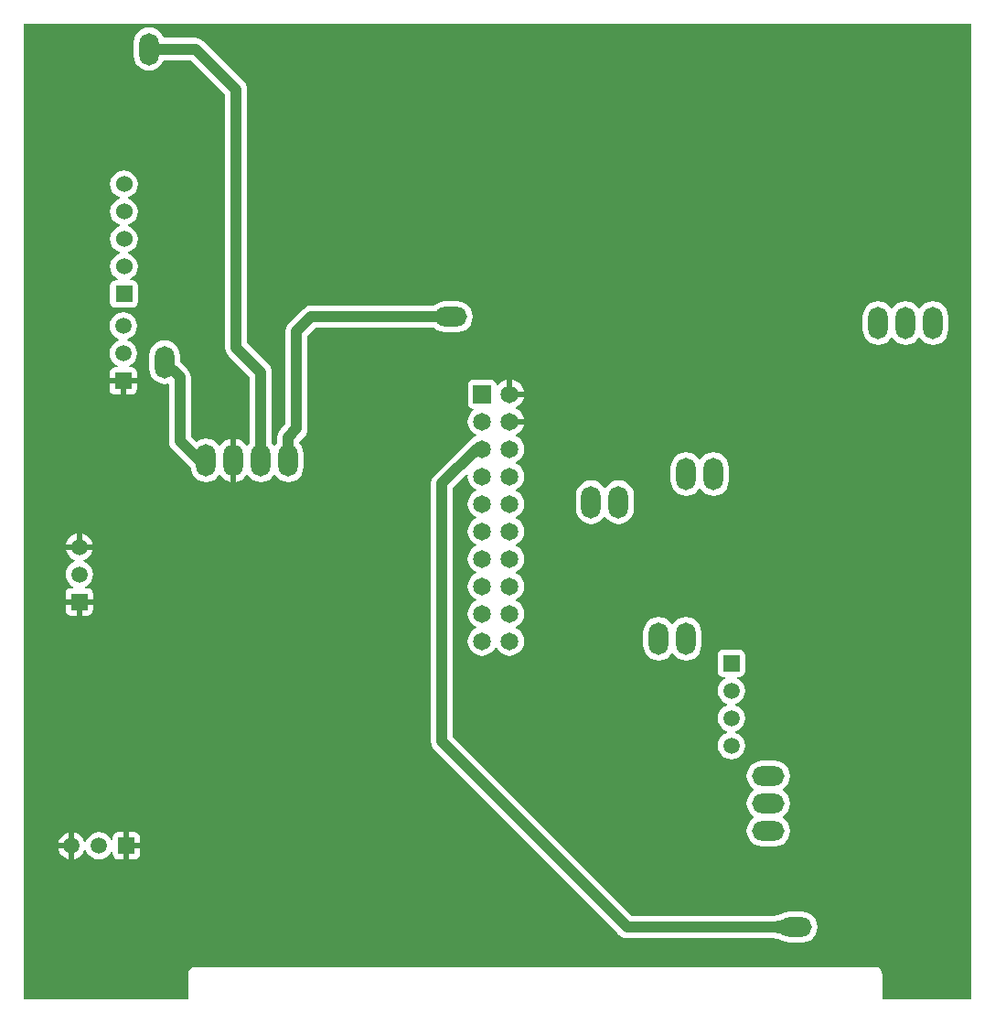
<source format=gbl>
G04 Layer_Physical_Order=2*
G04 Layer_Color=16711680*
%FSLAX25Y25*%
%MOIN*%
G70*
G01*
G75*
%ADD17C,0.04000*%
%ADD19O,0.07087X0.11811*%
%ADD20O,0.11811X0.07087*%
%ADD21R,0.06500X0.06500*%
%ADD22C,0.06500*%
%ADD23R,0.05905X0.05905*%
%ADD24C,0.05905*%
%ADD25C,0.06000*%
%ADD26R,0.06000X0.06000*%
%ADD27R,0.05905X0.05905*%
%ADD28C,0.02362*%
%ADD29C,0.02400*%
G36*
X348051Y2549D02*
X315541Y2549D01*
Y11811D01*
X315347Y12787D01*
X314795Y13613D01*
X313968Y14166D01*
X312992Y14360D01*
X64961D01*
X63985Y14166D01*
X63158Y13613D01*
X62606Y12787D01*
X62412Y11811D01*
Y2549D01*
X2549Y2549D01*
Y357951D01*
X348051D01*
Y2549D01*
D02*
G37*
%LPC*%
G36*
X243976Y141930D02*
X242529Y141739D01*
X241181Y141181D01*
X240023Y140292D01*
X239281Y139325D01*
X239199Y139291D01*
X238754D01*
X238672Y139325D01*
X237930Y140292D01*
X236772Y141181D01*
X235423Y141739D01*
X233976Y141930D01*
X232529Y141739D01*
X231181Y141181D01*
X230023Y140292D01*
X229134Y139134D01*
X228576Y137786D01*
X228385Y136339D01*
Y131614D01*
X228576Y130167D01*
X229134Y128819D01*
X230023Y127661D01*
X231181Y126772D01*
X232529Y126214D01*
X233976Y126023D01*
X235423Y126214D01*
X236772Y126772D01*
X237930Y127661D01*
X238672Y128628D01*
X238754Y128662D01*
X239199D01*
X239281Y128628D01*
X240023Y127661D01*
X241181Y126772D01*
X242529Y126214D01*
X243976Y126023D01*
X245424Y126214D01*
X246772Y126772D01*
X247930Y127661D01*
X248818Y128819D01*
X249377Y130167D01*
X249568Y131614D01*
Y136339D01*
X249377Y137786D01*
X248818Y139134D01*
X247930Y140292D01*
X246772Y141181D01*
X245424Y141739D01*
X243976Y141930D01*
D02*
G37*
G36*
X172950Y228389D02*
X166450D01*
X165670Y228234D01*
X165008Y227792D01*
X164566Y227131D01*
X164411Y226350D01*
Y219850D01*
X164566Y219070D01*
X165008Y218408D01*
X165670Y217966D01*
X166405Y217820D01*
X166477Y217694D01*
X166564Y217311D01*
X165956Y216844D01*
X165114Y215748D01*
X164585Y214471D01*
X164405Y213100D01*
X164585Y211730D01*
X165114Y210452D01*
X165956Y209356D01*
X167052Y208514D01*
X167449Y208350D01*
Y207850D01*
X167052Y207686D01*
X165956Y206844D01*
X165848Y206704D01*
X165583Y206594D01*
X164747Y205953D01*
X164747Y205953D01*
X152147Y193353D01*
X151506Y192517D01*
X151103Y191544D01*
X150965Y190500D01*
X150965Y190500D01*
Y96500D01*
X150965Y96500D01*
X151103Y95456D01*
X151506Y94483D01*
X152147Y93647D01*
X219671Y26124D01*
X220506Y25482D01*
X221479Y25079D01*
X222524Y24942D01*
X222524Y24942D01*
X274627D01*
X274646Y24938D01*
X275208Y24926D01*
X276281Y24835D01*
X276720Y24768D01*
X277685Y24546D01*
X278093Y24419D01*
X278508Y24265D01*
X278909Y24092D01*
X279345Y23874D01*
X279415Y23855D01*
X279476Y23814D01*
X279698Y23770D01*
X280167Y23576D01*
X281614Y23385D01*
X286339D01*
X287786Y23576D01*
X289134Y24134D01*
X290292Y25023D01*
X291181Y26181D01*
X291739Y27529D01*
X291930Y28976D01*
X291739Y30424D01*
X291181Y31772D01*
X290292Y32930D01*
X289134Y33819D01*
X287786Y34377D01*
X286339Y34568D01*
X281614D01*
X280167Y34377D01*
X279698Y34183D01*
X279476Y34139D01*
X279415Y34098D01*
X279345Y34079D01*
X278909Y33861D01*
X278508Y33688D01*
X278093Y33534D01*
X277685Y33407D01*
X276720Y33185D01*
X276281Y33117D01*
X275208Y33027D01*
X274646Y33015D01*
X274627Y33011D01*
X224195D01*
X159035Y98171D01*
Y188829D01*
X164022Y193816D01*
X164470Y193595D01*
X164405Y193100D01*
X164585Y191730D01*
X165114Y190452D01*
X165956Y189356D01*
X167052Y188514D01*
X167449Y188350D01*
Y187850D01*
X167052Y187686D01*
X165956Y186844D01*
X165114Y185748D01*
X164585Y184471D01*
X164405Y183100D01*
X164585Y181730D01*
X165114Y180452D01*
X165956Y179356D01*
X167052Y178514D01*
X167449Y178350D01*
Y177850D01*
X167052Y177686D01*
X165956Y176844D01*
X165114Y175748D01*
X164585Y174471D01*
X164405Y173100D01*
X164585Y171730D01*
X165114Y170452D01*
X165956Y169356D01*
X167052Y168514D01*
X167449Y168350D01*
Y167850D01*
X167052Y167686D01*
X165956Y166844D01*
X165114Y165748D01*
X164585Y164471D01*
X164405Y163100D01*
X164585Y161730D01*
X165114Y160452D01*
X165956Y159356D01*
X167052Y158514D01*
X167449Y158350D01*
Y157850D01*
X167052Y157686D01*
X165956Y156844D01*
X165114Y155748D01*
X164585Y154471D01*
X164405Y153100D01*
X164585Y151730D01*
X165114Y150452D01*
X165956Y149356D01*
X167052Y148514D01*
X167449Y148350D01*
Y147850D01*
X167052Y147686D01*
X165956Y146844D01*
X165114Y145748D01*
X164585Y144471D01*
X164405Y143100D01*
X164585Y141730D01*
X165114Y140452D01*
X165956Y139356D01*
X167052Y138514D01*
X167449Y138350D01*
Y137850D01*
X167052Y137686D01*
X165956Y136844D01*
X165114Y135748D01*
X164585Y134471D01*
X164405Y133100D01*
X164585Y131730D01*
X165114Y130452D01*
X165956Y129356D01*
X167052Y128514D01*
X168330Y127985D01*
X169700Y127805D01*
X171071Y127985D01*
X172348Y128514D01*
X173444Y129356D01*
X174286Y130452D01*
X174450Y130849D01*
X174950D01*
X175114Y130452D01*
X175956Y129356D01*
X177052Y128514D01*
X178330Y127985D01*
X179700Y127805D01*
X181071Y127985D01*
X182348Y128514D01*
X183444Y129356D01*
X184286Y130452D01*
X184815Y131730D01*
X184995Y133100D01*
X184815Y134471D01*
X184286Y135748D01*
X183444Y136844D01*
X182348Y137686D01*
X181951Y137850D01*
Y138350D01*
X182348Y138514D01*
X183444Y139356D01*
X184286Y140452D01*
X184815Y141730D01*
X184995Y143100D01*
X184815Y144471D01*
X184286Y145748D01*
X183444Y146844D01*
X182348Y147686D01*
X181951Y147850D01*
Y148350D01*
X182348Y148514D01*
X183444Y149356D01*
X184286Y150452D01*
X184815Y151730D01*
X184995Y153100D01*
X184815Y154471D01*
X184286Y155748D01*
X183444Y156844D01*
X182348Y157686D01*
X181951Y157850D01*
Y158350D01*
X182348Y158514D01*
X183444Y159356D01*
X184286Y160452D01*
X184815Y161730D01*
X184995Y163100D01*
X184815Y164471D01*
X184286Y165748D01*
X183444Y166844D01*
X182348Y167686D01*
X181951Y167850D01*
Y168350D01*
X182348Y168514D01*
X183444Y169356D01*
X184286Y170452D01*
X184815Y171730D01*
X184995Y173100D01*
X184815Y174471D01*
X184286Y175748D01*
X183444Y176844D01*
X182348Y177686D01*
X181951Y177850D01*
Y178350D01*
X182348Y178514D01*
X183444Y179356D01*
X184286Y180452D01*
X184815Y181730D01*
X184995Y183100D01*
X184815Y184471D01*
X184286Y185748D01*
X183444Y186844D01*
X182348Y187686D01*
X181951Y187850D01*
Y188350D01*
X182348Y188514D01*
X183444Y189356D01*
X184286Y190452D01*
X184815Y191730D01*
X184995Y193100D01*
X184815Y194471D01*
X184286Y195748D01*
X183444Y196844D01*
X182348Y197686D01*
X181951Y197850D01*
Y198350D01*
X182348Y198514D01*
X183444Y199356D01*
X184286Y200452D01*
X184815Y201730D01*
X184995Y203100D01*
X184815Y204471D01*
X184286Y205748D01*
X183444Y206844D01*
X182348Y207686D01*
X181951Y207850D01*
Y208350D01*
X182348Y208514D01*
X183444Y209356D01*
X184286Y210452D01*
X184815Y211730D01*
X184864Y212100D01*
X179700D01*
Y214100D01*
X184864D01*
X184815Y214471D01*
X184286Y215748D01*
X183444Y216844D01*
X182348Y217686D01*
X181951Y217850D01*
Y218350D01*
X182348Y218514D01*
X183444Y219356D01*
X184286Y220452D01*
X184815Y221730D01*
X184864Y222100D01*
X179700D01*
Y223100D01*
X178700D01*
Y228264D01*
X178330Y228215D01*
X177052Y227686D01*
X175956Y226844D01*
X175489Y226237D01*
X175106Y226324D01*
X174980Y226395D01*
X174834Y227131D01*
X174392Y227792D01*
X173731Y228234D01*
X172950Y228389D01*
D02*
G37*
G36*
X263421Y130083D02*
X257515D01*
X256735Y129928D01*
X256073Y129486D01*
X255631Y128824D01*
X255476Y128044D01*
Y122139D01*
X255631Y121358D01*
X256073Y120697D01*
X256735Y120255D01*
X257515Y120099D01*
X258310D01*
X258409Y119599D01*
X257970Y119418D01*
X256936Y118624D01*
X256142Y117589D01*
X255643Y116384D01*
X255472Y115091D01*
X255643Y113798D01*
X256142Y112594D01*
X256936Y111559D01*
X257970Y110765D01*
X258943Y110362D01*
Y109821D01*
X257970Y109418D01*
X256936Y108624D01*
X256142Y107589D01*
X255643Y106384D01*
X255472Y105091D01*
X255643Y103798D01*
X256142Y102594D01*
X256936Y101559D01*
X257970Y100765D01*
X258943Y100362D01*
Y99821D01*
X257970Y99418D01*
X256936Y98624D01*
X256142Y97589D01*
X255643Y96384D01*
X255472Y95091D01*
X255643Y93799D01*
X256142Y92594D01*
X256936Y91559D01*
X257970Y90765D01*
X259175Y90266D01*
X260468Y90096D01*
X261761Y90266D01*
X262966Y90765D01*
X264000Y91559D01*
X264794Y92594D01*
X265293Y93799D01*
X265463Y95091D01*
X265293Y96384D01*
X264794Y97589D01*
X264000Y98624D01*
X262966Y99418D01*
X261992Y99821D01*
Y100362D01*
X262966Y100765D01*
X264000Y101559D01*
X264794Y102594D01*
X265293Y103798D01*
X265463Y105091D01*
X265293Y106384D01*
X264794Y107589D01*
X264000Y108624D01*
X262966Y109418D01*
X261992Y109821D01*
Y110362D01*
X262966Y110765D01*
X264000Y111559D01*
X264794Y112594D01*
X265293Y113798D01*
X265463Y115091D01*
X265293Y116384D01*
X264794Y117589D01*
X264000Y118624D01*
X262966Y119418D01*
X262527Y119599D01*
X262626Y120099D01*
X263421D01*
X264201Y120255D01*
X264862Y120697D01*
X265304Y121358D01*
X265460Y122139D01*
Y128044D01*
X265304Y128824D01*
X264862Y129486D01*
X264201Y129928D01*
X263421Y130083D01*
D02*
G37*
G36*
X22776Y167476D02*
D01*
Y166476D01*
X17913D01*
X17951Y166183D01*
X18450Y164979D01*
X19244Y163944D01*
X20279Y163150D01*
X21252Y162747D01*
Y162206D01*
X20279Y161803D01*
X19244Y161009D01*
X18450Y159974D01*
X17951Y158769D01*
X17781Y157476D01*
X17951Y156184D01*
X18450Y154979D01*
X19244Y153944D01*
X20279Y153150D01*
X20718Y152968D01*
X20618Y152468D01*
X19824D01*
X19043Y152313D01*
X18382Y151871D01*
X17940Y151209D01*
X17785Y150429D01*
Y148476D01*
X22776D01*
X27768D01*
Y150429D01*
X27613Y151209D01*
X27171Y151871D01*
X26509Y152313D01*
X25729Y152468D01*
X24935D01*
X24835Y152968D01*
X25274Y153150D01*
X26309Y153944D01*
X27103Y154979D01*
X27602Y156184D01*
X27772Y157476D01*
X27602Y158769D01*
X27103Y159974D01*
X26309Y161009D01*
X25274Y161803D01*
X24301Y162206D01*
Y162747D01*
X25274Y163150D01*
X26309Y163944D01*
X27103Y164979D01*
X27602Y166183D01*
X27640Y166476D01*
X22776D01*
Y167476D01*
D02*
G37*
G36*
X27768Y146476D02*
X23776D01*
Y142484D01*
X25729D01*
X26509Y142640D01*
X27171Y143082D01*
X27613Y143743D01*
X27768Y144524D01*
Y146476D01*
D02*
G37*
G36*
X21776D02*
X17785D01*
Y144524D01*
X17940Y143743D01*
X18382Y143082D01*
X19043Y142640D01*
X19824Y142484D01*
X21776D01*
Y146476D01*
D02*
G37*
G36*
X276339Y89568D02*
X271614D01*
X270167Y89377D01*
X268819Y88819D01*
X267661Y87930D01*
X266772Y86772D01*
X266214Y85423D01*
X266023Y83976D01*
X266214Y82529D01*
X266772Y81181D01*
X267661Y80023D01*
X268628Y79281D01*
X268662Y79199D01*
Y78754D01*
X268628Y78672D01*
X267661Y77930D01*
X266772Y76772D01*
X266214Y75424D01*
X266023Y73976D01*
X266214Y72529D01*
X266772Y71181D01*
X267661Y70023D01*
X268628Y69281D01*
X268662Y69199D01*
Y68754D01*
X268628Y68672D01*
X267661Y67930D01*
X266772Y66772D01*
X266214Y65424D01*
X266023Y63976D01*
X266214Y62529D01*
X266772Y61181D01*
X267661Y60023D01*
X268819Y59134D01*
X270167Y58576D01*
X271614Y58385D01*
X276339D01*
X277786Y58576D01*
X279134Y59134D01*
X280292Y60023D01*
X281181Y61181D01*
X281739Y62529D01*
X281930Y63976D01*
X281739Y65424D01*
X281181Y66772D01*
X280292Y67930D01*
X279325Y68672D01*
X279291Y68754D01*
Y69199D01*
X279325Y69281D01*
X280292Y70023D01*
X281181Y71181D01*
X281739Y72529D01*
X281930Y73976D01*
X281739Y75424D01*
X281181Y76772D01*
X280292Y77930D01*
X279325Y78672D01*
X279291Y78754D01*
Y79199D01*
X279325Y79281D01*
X280292Y80023D01*
X281181Y81181D01*
X281739Y82529D01*
X281930Y83976D01*
X281739Y85423D01*
X281181Y86772D01*
X280292Y87930D01*
X279134Y88819D01*
X277786Y89377D01*
X276339Y89568D01*
D02*
G37*
G36*
X18976Y57576D02*
X15113D01*
X15151Y57284D01*
X15650Y56079D01*
X16444Y55044D01*
X17479Y54250D01*
X18684Y53751D01*
X18976Y53713D01*
Y57576D01*
D02*
G37*
G36*
X44968D02*
X40976D01*
Y53584D01*
X42929D01*
X43709Y53740D01*
X44371Y54182D01*
X44813Y54843D01*
X44968Y55624D01*
Y57576D01*
D02*
G37*
G36*
X29976Y63572D02*
X28684Y63402D01*
X27479Y62903D01*
X26444Y62109D01*
X25650Y61074D01*
X25247Y60101D01*
X24706D01*
X24303Y61074D01*
X23509Y62109D01*
X22474Y62903D01*
X21269Y63402D01*
X20976Y63440D01*
Y58576D01*
Y53713D01*
X21269Y53751D01*
X22474Y54250D01*
X23509Y55044D01*
X24303Y56079D01*
X24706Y57052D01*
X25247D01*
X25650Y56079D01*
X26444Y55044D01*
X27479Y54250D01*
X28684Y53751D01*
X29976Y53581D01*
X31269Y53751D01*
X32474Y54250D01*
X33509Y55044D01*
X34303Y56079D01*
X34484Y56518D01*
X34984Y56418D01*
Y55624D01*
X35140Y54843D01*
X35582Y54182D01*
X36243Y53740D01*
X37024Y53584D01*
X38976D01*
Y58576D01*
Y63568D01*
X37024D01*
X36243Y63413D01*
X35582Y62971D01*
X35140Y62309D01*
X34984Y61529D01*
Y60735D01*
X34484Y60635D01*
X34303Y61074D01*
X33509Y62109D01*
X32474Y62903D01*
X31269Y63402D01*
X29976Y63572D01*
D02*
G37*
G36*
X42929Y63568D02*
X40976D01*
Y59576D01*
X44968D01*
Y61529D01*
X44813Y62309D01*
X44371Y62971D01*
X43709Y63413D01*
X42929Y63568D01*
D02*
G37*
G36*
X18976Y63440D02*
X18684Y63402D01*
X17479Y62903D01*
X16444Y62109D01*
X15650Y61074D01*
X15151Y59869D01*
X15113Y59576D01*
X18976D01*
Y63440D01*
D02*
G37*
G36*
X38876Y252872D02*
X37584Y252702D01*
X36379Y252203D01*
X35344Y251409D01*
X34550Y250374D01*
X34051Y249169D01*
X33881Y247876D01*
X34051Y246584D01*
X34550Y245379D01*
X35344Y244344D01*
X36379Y243550D01*
X37352Y243147D01*
Y242606D01*
X36379Y242203D01*
X35344Y241409D01*
X34550Y240374D01*
X34051Y239169D01*
X33881Y237876D01*
X34051Y236583D01*
X34550Y235379D01*
X35344Y234344D01*
X36379Y233550D01*
X36818Y233368D01*
X36718Y232868D01*
X35924D01*
X35143Y232713D01*
X34482Y232271D01*
X34040Y231610D01*
X33885Y230829D01*
Y228876D01*
X38876D01*
X43868D01*
Y230829D01*
X43713Y231610D01*
X43271Y232271D01*
X42610Y232713D01*
X41829Y232868D01*
X41035D01*
X40935Y233368D01*
X41374Y233550D01*
X42409Y234344D01*
X43203Y235379D01*
X43702Y236583D01*
X43872Y237876D01*
X43702Y239169D01*
X43203Y240374D01*
X42409Y241409D01*
X41374Y242203D01*
X40401Y242606D01*
Y243147D01*
X41374Y243550D01*
X42409Y244344D01*
X43203Y245379D01*
X43702Y246584D01*
X43872Y247876D01*
X43702Y249169D01*
X43203Y250374D01*
X42409Y251409D01*
X41374Y252203D01*
X40169Y252702D01*
X38876Y252872D01*
D02*
G37*
G36*
X180700Y228264D02*
Y224100D01*
X184864D01*
X184815Y224471D01*
X184286Y225748D01*
X183444Y226844D01*
X182348Y227686D01*
X181071Y228215D01*
X180700Y228264D01*
D02*
G37*
G36*
X43868Y226876D02*
X39876D01*
Y222884D01*
X41829D01*
X42610Y223040D01*
X43271Y223482D01*
X43713Y224143D01*
X43868Y224924D01*
Y226876D01*
D02*
G37*
G36*
X39076Y304620D02*
X37771Y304448D01*
X36555Y303944D01*
X35510Y303142D01*
X34709Y302098D01*
X34205Y300882D01*
X34033Y299576D01*
X34205Y298271D01*
X34709Y297055D01*
X35510Y296010D01*
X36555Y295209D01*
X37429Y294847D01*
Y294306D01*
X36555Y293944D01*
X35510Y293143D01*
X34709Y292098D01*
X34205Y290882D01*
X34033Y289576D01*
X34205Y288271D01*
X34709Y287055D01*
X35510Y286010D01*
X36555Y285209D01*
X37429Y284847D01*
Y284306D01*
X36555Y283944D01*
X35510Y283142D01*
X34709Y282098D01*
X34205Y280882D01*
X34033Y279576D01*
X34205Y278271D01*
X34709Y277055D01*
X35510Y276010D01*
X36555Y275209D01*
X37429Y274847D01*
Y274306D01*
X36555Y273944D01*
X35510Y273143D01*
X34709Y272098D01*
X34205Y270882D01*
X34033Y269576D01*
X34205Y268271D01*
X34709Y267055D01*
X35510Y266010D01*
X36555Y265209D01*
X36780Y265116D01*
X36681Y264616D01*
X36076D01*
X35296Y264460D01*
X34635Y264018D01*
X34192Y263357D01*
X34037Y262576D01*
Y256576D01*
X34192Y255796D01*
X34635Y255135D01*
X35296Y254693D01*
X36076Y254537D01*
X42076D01*
X42857Y254693D01*
X43518Y255135D01*
X43960Y255796D01*
X44116Y256576D01*
Y262576D01*
X43960Y263357D01*
X43518Y264018D01*
X42857Y264460D01*
X42076Y264616D01*
X41472D01*
X41373Y265116D01*
X41598Y265209D01*
X42643Y266010D01*
X43444Y267055D01*
X43948Y268271D01*
X44120Y269576D01*
X43948Y270882D01*
X43444Y272098D01*
X42643Y273143D01*
X41598Y273944D01*
X40724Y274306D01*
Y274847D01*
X41598Y275209D01*
X42643Y276010D01*
X43444Y277055D01*
X43948Y278271D01*
X44120Y279576D01*
X43948Y280882D01*
X43444Y282098D01*
X42643Y283142D01*
X41598Y283944D01*
X40724Y284306D01*
Y284847D01*
X41598Y285209D01*
X42643Y286010D01*
X43444Y287055D01*
X43948Y288271D01*
X44120Y289576D01*
X43948Y290882D01*
X43444Y292098D01*
X42643Y293143D01*
X41598Y293944D01*
X40724Y294306D01*
Y294847D01*
X41598Y295209D01*
X42643Y296010D01*
X43444Y297055D01*
X43948Y298271D01*
X44120Y299576D01*
X43948Y300882D01*
X43444Y302098D01*
X42643Y303142D01*
X41598Y303944D01*
X40382Y304448D01*
X39076Y304620D01*
D02*
G37*
G36*
X333976Y256930D02*
X332529Y256739D01*
X331181Y256181D01*
X330023Y255292D01*
X329281Y254325D01*
X329199Y254291D01*
X328754D01*
X328672Y254325D01*
X327930Y255292D01*
X326772Y256181D01*
X325424Y256739D01*
X323976Y256930D01*
X322529Y256739D01*
X321181Y256181D01*
X320023Y255292D01*
X319281Y254325D01*
X319199Y254291D01*
X318754D01*
X318672Y254325D01*
X317930Y255292D01*
X316772Y256181D01*
X315423Y256739D01*
X313976Y256930D01*
X312529Y256739D01*
X311181Y256181D01*
X310023Y255292D01*
X309134Y254134D01*
X308576Y252786D01*
X308385Y251339D01*
Y246614D01*
X308576Y245167D01*
X309134Y243819D01*
X310023Y242661D01*
X311181Y241772D01*
X312529Y241214D01*
X313976Y241023D01*
X315423Y241214D01*
X316772Y241772D01*
X317930Y242661D01*
X318672Y243628D01*
X318754Y243662D01*
X319199D01*
X319281Y243628D01*
X320023Y242661D01*
X321181Y241772D01*
X322529Y241214D01*
X323976Y241023D01*
X325424Y241214D01*
X326772Y241772D01*
X327930Y242661D01*
X328672Y243628D01*
X328754Y243662D01*
X329199D01*
X329281Y243628D01*
X330023Y242661D01*
X331181Y241772D01*
X332529Y241214D01*
X333976Y241023D01*
X335423Y241214D01*
X336772Y241772D01*
X337930Y242661D01*
X338819Y243819D01*
X339377Y245167D01*
X339568Y246614D01*
Y251339D01*
X339377Y252786D01*
X338819Y254134D01*
X337930Y255292D01*
X336772Y256181D01*
X335423Y256739D01*
X333976Y256930D01*
D02*
G37*
G36*
X48228Y356772D02*
X46781Y356582D01*
X45433Y356023D01*
X44275Y355135D01*
X43386Y353977D01*
X42828Y352628D01*
X42637Y351181D01*
Y346457D01*
X42828Y345010D01*
X43386Y343661D01*
X44275Y342503D01*
X45433Y341615D01*
X46781Y341056D01*
X48228Y340866D01*
X49676Y341056D01*
X51024Y341615D01*
X52182Y342503D01*
X53070Y343661D01*
X53536Y344784D01*
X63510D01*
X75965Y332329D01*
Y240000D01*
X75965Y240000D01*
X76103Y238956D01*
X76506Y237983D01*
X77147Y237147D01*
X84942Y229352D01*
Y205187D01*
X84281Y204325D01*
X84199Y204291D01*
X83754D01*
X83672Y204325D01*
X82930Y205292D01*
X81772Y206181D01*
X80423Y206739D01*
X79976Y206798D01*
Y198976D01*
Y191155D01*
X80423Y191214D01*
X81772Y191772D01*
X82930Y192661D01*
X83672Y193628D01*
X83754Y193662D01*
X84199D01*
X84281Y193628D01*
X85023Y192661D01*
X86181Y191772D01*
X87529Y191214D01*
X88976Y191023D01*
X90424Y191214D01*
X91772Y191772D01*
X92930Y192661D01*
X93672Y193628D01*
X93754Y193662D01*
X94199D01*
X94281Y193628D01*
X95023Y192661D01*
X96181Y191772D01*
X97529Y191214D01*
X98976Y191023D01*
X100424Y191214D01*
X101772Y191772D01*
X102930Y192661D01*
X103819Y193819D01*
X104377Y195167D01*
X104568Y196614D01*
Y201339D01*
X104377Y202786D01*
X103819Y204134D01*
X103011Y205187D01*
Y205805D01*
X104853Y207647D01*
X104853Y207647D01*
X105494Y208483D01*
X105897Y209456D01*
X106035Y210500D01*
Y244329D01*
X108951Y247245D01*
X152058D01*
X153110Y246438D01*
X154458Y245879D01*
X155906Y245689D01*
X160630D01*
X162077Y245879D01*
X163426Y246438D01*
X164584Y247326D01*
X165472Y248484D01*
X166031Y249833D01*
X166221Y251280D01*
X166031Y252727D01*
X165472Y254075D01*
X164584Y255233D01*
X163426Y256122D01*
X162077Y256680D01*
X160630Y256871D01*
X155906D01*
X154458Y256680D01*
X153110Y256122D01*
X152058Y255314D01*
X107280D01*
X106235Y255177D01*
X105262Y254774D01*
X104427Y254132D01*
X104427Y254132D01*
X99147Y248853D01*
X98506Y248017D01*
X98103Y247044D01*
X97966Y246000D01*
X97966Y246000D01*
Y212171D01*
X96124Y210329D01*
X95482Y209494D01*
X95079Y208521D01*
X94942Y207476D01*
X94942Y207476D01*
Y205187D01*
X94281Y204325D01*
X94199Y204291D01*
X93754D01*
X93672Y204325D01*
X93011Y205187D01*
Y231024D01*
X93011Y231024D01*
X92874Y232068D01*
X92470Y233041D01*
X91829Y233876D01*
X84035Y241671D01*
Y334000D01*
X83897Y335044D01*
X83494Y336017D01*
X82853Y336853D01*
X68034Y351672D01*
X67198Y352313D01*
X66225Y352716D01*
X65181Y352853D01*
X65181Y352853D01*
X53536D01*
X53070Y353977D01*
X52182Y355135D01*
X51024Y356023D01*
X49676Y356582D01*
X48228Y356772D01*
D02*
G37*
G36*
X37876Y226876D02*
X33885D01*
Y224924D01*
X34040Y224143D01*
X34482Y223482D01*
X35143Y223040D01*
X35924Y222884D01*
X37876D01*
Y226876D01*
D02*
G37*
G36*
X219370Y191733D02*
X217923Y191542D01*
X216575Y190984D01*
X215417Y190095D01*
X214674Y189128D01*
X214592Y189094D01*
X214148D01*
X214066Y189128D01*
X213324Y190095D01*
X212166Y190984D01*
X210817Y191542D01*
X209370Y191733D01*
X207923Y191542D01*
X206575Y190984D01*
X205417Y190095D01*
X204528Y188937D01*
X203970Y187589D01*
X203779Y186142D01*
Y181417D01*
X203970Y179970D01*
X204528Y178622D01*
X205417Y177464D01*
X206575Y176575D01*
X207923Y176017D01*
X209370Y175826D01*
X210817Y176017D01*
X212166Y176575D01*
X213324Y177464D01*
X214066Y178431D01*
X214148Y178465D01*
X214592D01*
X214674Y178431D01*
X215417Y177464D01*
X216575Y176575D01*
X217923Y176017D01*
X219370Y175826D01*
X220817Y176017D01*
X222166Y176575D01*
X223324Y177464D01*
X224212Y178622D01*
X224771Y179970D01*
X224961Y181417D01*
Y186142D01*
X224771Y187589D01*
X224212Y188937D01*
X223324Y190095D01*
X222166Y190984D01*
X220817Y191542D01*
X219370Y191733D01*
D02*
G37*
G36*
X23776Y172340D02*
Y168476D01*
X27640D01*
X27602Y168769D01*
X27103Y169974D01*
X26309Y171009D01*
X25274Y171803D01*
X24069Y172302D01*
X23776Y172340D01*
D02*
G37*
G36*
X21776Y172340D02*
X21484Y172302D01*
X20279Y171803D01*
X19244Y171009D01*
X18450Y169974D01*
X17951Y168769D01*
X17913Y168476D01*
X21776D01*
Y172340D01*
D02*
G37*
G36*
X253976Y201930D02*
X252529Y201739D01*
X251181Y201181D01*
X250023Y200292D01*
X249281Y199325D01*
X249199Y199291D01*
X248754D01*
X248672Y199325D01*
X247930Y200292D01*
X246772Y201181D01*
X245424Y201739D01*
X243976Y201930D01*
X242529Y201739D01*
X241181Y201181D01*
X240023Y200292D01*
X239134Y199134D01*
X238576Y197786D01*
X238385Y196339D01*
Y191614D01*
X238576Y190167D01*
X239134Y188819D01*
X240023Y187661D01*
X241181Y186772D01*
X242529Y186214D01*
X243976Y186023D01*
X245424Y186214D01*
X246772Y186772D01*
X247930Y187661D01*
X248672Y188628D01*
X248754Y188662D01*
X249199D01*
X249281Y188628D01*
X250023Y187661D01*
X251181Y186772D01*
X252529Y186214D01*
X253976Y186023D01*
X255423Y186214D01*
X256772Y186772D01*
X257930Y187661D01*
X258819Y188819D01*
X259377Y190167D01*
X259568Y191614D01*
Y196339D01*
X259377Y197786D01*
X258819Y199134D01*
X257930Y200292D01*
X256772Y201181D01*
X255423Y201739D01*
X253976Y201930D01*
D02*
G37*
G36*
X53898Y242717D02*
X52451Y242527D01*
X51102Y241968D01*
X49944Y241080D01*
X49056Y239922D01*
X48497Y238573D01*
X48307Y237126D01*
Y232402D01*
X48497Y230955D01*
X49056Y229606D01*
X49944Y228448D01*
X51102Y227559D01*
X52451Y227001D01*
X53898Y226811D01*
X54966Y226951D01*
X55466Y226537D01*
Y206000D01*
X55466Y206000D01*
X55603Y204956D01*
X56006Y203983D01*
X56647Y203147D01*
X63416Y196378D01*
X63576Y195167D01*
X64134Y193819D01*
X65023Y192661D01*
X66181Y191772D01*
X67529Y191214D01*
X68976Y191023D01*
X70424Y191214D01*
X71772Y191772D01*
X72930Y192661D01*
X73672Y193628D01*
X73754Y193662D01*
X74199Y193662D01*
X74281Y193628D01*
X75023Y192661D01*
X76181Y191772D01*
X77529Y191214D01*
X77976Y191155D01*
Y198976D01*
Y206798D01*
X77529Y206739D01*
X76181Y206181D01*
X75023Y205292D01*
X74281Y204325D01*
X74199Y204291D01*
X73754Y204291D01*
X73672Y204325D01*
X72930Y205292D01*
X71772Y206181D01*
X70424Y206739D01*
X68976Y206930D01*
X67529Y206739D01*
X66181Y206181D01*
X65527Y205679D01*
X63534Y207671D01*
Y229162D01*
X63397Y230206D01*
X62994Y231179D01*
X62353Y232014D01*
X62353Y232014D01*
X59489Y234878D01*
Y237126D01*
X59298Y238573D01*
X58740Y239922D01*
X57851Y241080D01*
X56693Y241968D01*
X55345Y242527D01*
X53898Y242717D01*
D02*
G37*
%LPD*%
G36*
X168186Y200224D02*
X168094Y200252D01*
X167983Y200249D01*
X167853Y200214D01*
X167704Y200147D01*
X167536Y200049D01*
X167350Y199920D01*
X167145Y199759D01*
X166678Y199343D01*
X166416Y199088D01*
X163813Y202141D01*
X166757Y204478D01*
X168186Y200224D01*
D02*
G37*
G36*
X280256Y25698D02*
X279770Y25941D01*
X279268Y26158D01*
X278751Y26350D01*
X278217Y26516D01*
X277103Y26772D01*
X276523Y26861D01*
X275315Y26964D01*
X274687Y26976D01*
Y30976D01*
X275315Y30989D01*
X276523Y31091D01*
X277103Y31181D01*
X278217Y31437D01*
X278751Y31603D01*
X279268Y31795D01*
X279770Y32012D01*
X280256Y32255D01*
Y25698D01*
D02*
G37*
D17*
X53898Y234764D02*
X59500Y229162D01*
Y206000D02*
Y229162D01*
Y206000D02*
X66524Y198976D01*
X68976D01*
X88976Y198976D02*
Y231024D01*
X80000Y240000D02*
X88976Y231024D01*
X80000Y240000D02*
Y334000D01*
X48228Y348819D02*
X65181D01*
X80000Y334000D01*
X102000Y210500D02*
Y246000D01*
X98976Y207476D02*
X102000Y210500D01*
X98976Y198976D02*
Y207476D01*
X107280Y251280D02*
X158268D01*
X102000Y246000D02*
X107280Y251280D01*
X167600Y203100D02*
X169700D01*
X155000Y190500D02*
X167600Y203100D01*
X155000Y96500D02*
Y190500D01*
X222524Y28976D02*
X283976D01*
X155000Y96500D02*
X222524Y28976D01*
D19*
X219370Y183780D02*
D03*
X209370D02*
D03*
X48228Y348819D02*
D03*
X53898Y234764D02*
D03*
X333976Y248976D02*
D03*
X323976D02*
D03*
X313976D02*
D03*
X253976Y193976D02*
D03*
X243976D02*
D03*
Y133976D02*
D03*
X233976D02*
D03*
X98976Y198976D02*
D03*
X88976D02*
D03*
X78976D02*
D03*
X68976Y198976D02*
D03*
D20*
X158268Y251280D02*
D03*
X283976Y28976D02*
D03*
X273976Y63976D02*
D03*
Y73976D02*
D03*
Y83976D02*
D03*
D21*
X169700Y223100D02*
D03*
D22*
Y213100D02*
D03*
Y203100D02*
D03*
Y193100D02*
D03*
Y183100D02*
D03*
Y173100D02*
D03*
Y163100D02*
D03*
Y153100D02*
D03*
Y143100D02*
D03*
Y133100D02*
D03*
X179700D02*
D03*
Y143100D02*
D03*
Y153100D02*
D03*
Y163100D02*
D03*
Y173100D02*
D03*
Y183100D02*
D03*
Y193100D02*
D03*
Y203100D02*
D03*
Y213100D02*
D03*
Y223100D02*
D03*
D23*
X260468Y125091D02*
D03*
X38876Y227876D02*
D03*
X22776Y147476D02*
D03*
D24*
X260468Y115091D02*
D03*
Y105091D02*
D03*
Y95091D02*
D03*
X38876Y237876D02*
D03*
Y247876D02*
D03*
X22776Y167476D02*
D03*
Y157476D02*
D03*
X19976Y58576D02*
D03*
X29976D02*
D03*
D25*
X39076Y299576D02*
D03*
Y269576D02*
D03*
Y279576D02*
D03*
Y289576D02*
D03*
D26*
Y259576D02*
D03*
D27*
X39976Y58576D02*
D03*
D28*
X320000Y340000D02*
D03*
X330000Y320000D02*
D03*
X320000Y300000D02*
D03*
X330000Y280000D02*
D03*
X320000Y260000D02*
D03*
X330000Y240000D02*
D03*
X320000Y220000D02*
D03*
X330000Y200000D02*
D03*
X320000Y180000D02*
D03*
X330000Y160000D02*
D03*
X320000Y140000D02*
D03*
X330000Y120000D02*
D03*
X320000Y100000D02*
D03*
X330000Y80000D02*
D03*
X320000Y60000D02*
D03*
X330000Y40000D02*
D03*
X320000Y20000D02*
D03*
X300000Y340000D02*
D03*
X310000Y320000D02*
D03*
X300000Y300000D02*
D03*
X310000Y280000D02*
D03*
X300000Y260000D02*
D03*
X310000Y240000D02*
D03*
X300000Y220000D02*
D03*
X310000Y200000D02*
D03*
X300000Y180000D02*
D03*
X310000Y160000D02*
D03*
X300000Y140000D02*
D03*
X310000Y120000D02*
D03*
X300000Y100000D02*
D03*
X310000Y80000D02*
D03*
X300000Y60000D02*
D03*
X310000Y40000D02*
D03*
X300000Y20000D02*
D03*
X280000Y340000D02*
D03*
X290000Y320000D02*
D03*
X280000Y300000D02*
D03*
X290000Y280000D02*
D03*
X280000Y260000D02*
D03*
X290000Y240000D02*
D03*
X280000Y220000D02*
D03*
X290000Y200000D02*
D03*
X280000Y180000D02*
D03*
X290000Y160000D02*
D03*
X280000Y140000D02*
D03*
X290000Y120000D02*
D03*
X280000Y100000D02*
D03*
X290000Y80000D02*
D03*
Y40000D02*
D03*
X280000Y20000D02*
D03*
X260000Y340000D02*
D03*
X270000Y320000D02*
D03*
X260000Y300000D02*
D03*
X270000Y280000D02*
D03*
X260000Y260000D02*
D03*
X270000Y240000D02*
D03*
X260000Y220000D02*
D03*
X270000Y200000D02*
D03*
X260000Y180000D02*
D03*
X270000Y160000D02*
D03*
X260000Y140000D02*
D03*
X270000Y120000D02*
D03*
X260000Y60000D02*
D03*
X270000Y40000D02*
D03*
X260000Y20000D02*
D03*
X240000Y340000D02*
D03*
X250000Y320000D02*
D03*
X240000Y300000D02*
D03*
X250000Y280000D02*
D03*
X240000Y260000D02*
D03*
X250000Y240000D02*
D03*
X240000Y220000D02*
D03*
Y180000D02*
D03*
X250000Y160000D02*
D03*
Y120000D02*
D03*
X240000Y100000D02*
D03*
X250000Y80000D02*
D03*
X240000Y60000D02*
D03*
X250000Y40000D02*
D03*
X240000Y20000D02*
D03*
X220000Y340000D02*
D03*
X230000Y320000D02*
D03*
X220000Y300000D02*
D03*
X230000Y280000D02*
D03*
X220000Y260000D02*
D03*
X230000Y240000D02*
D03*
X220000Y220000D02*
D03*
X230000Y200000D02*
D03*
Y160000D02*
D03*
X220000Y140000D02*
D03*
X230000Y120000D02*
D03*
X220000Y100000D02*
D03*
X230000Y80000D02*
D03*
X220000Y60000D02*
D03*
X230000Y40000D02*
D03*
X220000Y20000D02*
D03*
X200000Y340000D02*
D03*
X210000Y320000D02*
D03*
X200000Y300000D02*
D03*
X210000Y280000D02*
D03*
X200000Y260000D02*
D03*
X210000Y240000D02*
D03*
X200000Y220000D02*
D03*
X210000Y200000D02*
D03*
X200000Y180000D02*
D03*
X210000Y160000D02*
D03*
X200000Y140000D02*
D03*
X210000Y120000D02*
D03*
X200000Y100000D02*
D03*
X210000Y80000D02*
D03*
X200000Y60000D02*
D03*
Y20000D02*
D03*
X180000Y340000D02*
D03*
X190000Y320000D02*
D03*
X180000Y300000D02*
D03*
X190000Y280000D02*
D03*
X180000Y260000D02*
D03*
X190000Y240000D02*
D03*
Y200000D02*
D03*
Y160000D02*
D03*
Y120000D02*
D03*
X180000Y100000D02*
D03*
X190000Y80000D02*
D03*
X180000Y60000D02*
D03*
X190000Y40000D02*
D03*
X180000Y20000D02*
D03*
X160000Y340000D02*
D03*
X170000Y320000D02*
D03*
X160000Y300000D02*
D03*
X170000Y280000D02*
D03*
X160000Y260000D02*
D03*
X170000Y240000D02*
D03*
Y120000D02*
D03*
X160000Y60000D02*
D03*
X170000Y40000D02*
D03*
X160000Y20000D02*
D03*
X140000Y340000D02*
D03*
X150000Y320000D02*
D03*
X140000Y300000D02*
D03*
X150000Y280000D02*
D03*
X140000Y260000D02*
D03*
X150000Y240000D02*
D03*
X140000Y100000D02*
D03*
X150000Y80000D02*
D03*
X140000Y60000D02*
D03*
X150000Y40000D02*
D03*
X140000Y20000D02*
D03*
X120000Y340000D02*
D03*
X130000Y320000D02*
D03*
X120000Y300000D02*
D03*
X130000Y280000D02*
D03*
X120000Y260000D02*
D03*
X130000Y240000D02*
D03*
Y160000D02*
D03*
X120000Y140000D02*
D03*
X130000Y120000D02*
D03*
X120000Y100000D02*
D03*
X130000Y80000D02*
D03*
X120000Y60000D02*
D03*
X130000Y40000D02*
D03*
X120000Y20000D02*
D03*
X100000Y340000D02*
D03*
X110000Y320000D02*
D03*
X100000Y300000D02*
D03*
X110000Y280000D02*
D03*
X100000Y260000D02*
D03*
X110000Y240000D02*
D03*
X100000Y140000D02*
D03*
X110000Y120000D02*
D03*
X100000Y100000D02*
D03*
X110000Y80000D02*
D03*
X100000Y60000D02*
D03*
X110000Y40000D02*
D03*
X100000Y20000D02*
D03*
X90000Y320000D02*
D03*
Y280000D02*
D03*
Y240000D02*
D03*
X80000Y180000D02*
D03*
X90000Y160000D02*
D03*
X80000Y140000D02*
D03*
X90000Y120000D02*
D03*
X80000Y100000D02*
D03*
X90000Y80000D02*
D03*
X80000Y60000D02*
D03*
X90000Y40000D02*
D03*
X80000Y20000D02*
D03*
X60000Y340000D02*
D03*
X70000Y320000D02*
D03*
X60000Y300000D02*
D03*
X70000Y280000D02*
D03*
X60000Y260000D02*
D03*
X70000Y240000D02*
D03*
Y160000D02*
D03*
X60000Y140000D02*
D03*
X70000Y120000D02*
D03*
X60000Y100000D02*
D03*
X70000Y80000D02*
D03*
X60000Y60000D02*
D03*
X70000Y40000D02*
D03*
X60000Y20000D02*
D03*
X40000Y340000D02*
D03*
X50000Y320000D02*
D03*
Y280000D02*
D03*
X40000Y220000D02*
D03*
Y180000D02*
D03*
Y140000D02*
D03*
X50000Y120000D02*
D03*
X40000Y100000D02*
D03*
X50000Y80000D02*
D03*
Y40000D02*
D03*
X40000Y20000D02*
D03*
X20000Y340000D02*
D03*
X30000Y320000D02*
D03*
X20000Y300000D02*
D03*
X30000Y280000D02*
D03*
X20000Y260000D02*
D03*
X30000Y240000D02*
D03*
X20000Y220000D02*
D03*
X30000Y200000D02*
D03*
X20000Y180000D02*
D03*
Y140000D02*
D03*
X30000Y120000D02*
D03*
X20000Y100000D02*
D03*
X30000Y40000D02*
D03*
X20000Y20000D02*
D03*
D29*
X22500Y72000D02*
D03*
Y68500D02*
D03*
X38000Y70000D02*
D03*
Y66500D02*
D03*
X25000Y65500D02*
D03*
Y70500D02*
D03*
X24500Y74000D02*
D03*
X21000Y74500D02*
D03*
X18500Y77500D02*
D03*
Y81500D02*
D03*
X19000Y86500D02*
D03*
X18500Y91500D02*
D03*
X23000Y96000D02*
D03*
X28000Y96500D02*
D03*
X32000D02*
D03*
X38500D02*
D03*
X41000Y94500D02*
D03*
X41500Y90500D02*
D03*
X41000Y87000D02*
D03*
X41500Y83000D02*
D03*
Y76500D02*
D03*
X38000Y73500D02*
D03*
X35000Y75000D02*
D03*
X34500Y72000D02*
D03*
Y68500D02*
D03*
X44500Y146500D02*
D03*
X47500Y145000D02*
D03*
X50500D02*
D03*
X55000D02*
D03*
X60000D02*
D03*
X63500Y145500D02*
D03*
X66000Y150000D02*
D03*
Y160000D02*
D03*
Y165000D02*
D03*
X62500Y168500D02*
D03*
X51500Y169500D02*
D03*
X47000Y169000D02*
D03*
X43000Y149500D02*
D03*
X39000Y150000D02*
D03*
X35000Y150500D02*
D03*
X31000Y150000D02*
D03*
X42000Y166000D02*
D03*
X38500D02*
D03*
X35000Y166500D02*
D03*
X31500D02*
D03*
X41500Y153000D02*
D03*
X37000Y153500D02*
D03*
X33000D02*
D03*
X29500D02*
D03*
X43500Y162500D02*
D03*
X40000D02*
D03*
X37000Y163000D02*
D03*
X33500D02*
D03*
X29500D02*
D03*
X142500Y190000D02*
D03*
X127500D02*
D03*
X112000Y190500D02*
D03*
M02*

</source>
